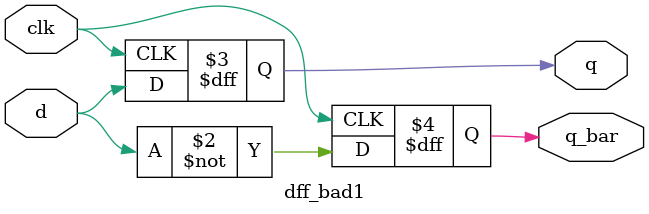
<source format=v>
module dff_bad1(clk, d, q, q_bar);
    input  d, clk;
    output q, q_bar;
    reg    q, q_bar;

    always @(posedge clk) begin     // nonblocking
        q     <= d;
        q_bar <= ~d;
    end
endmodule


</source>
